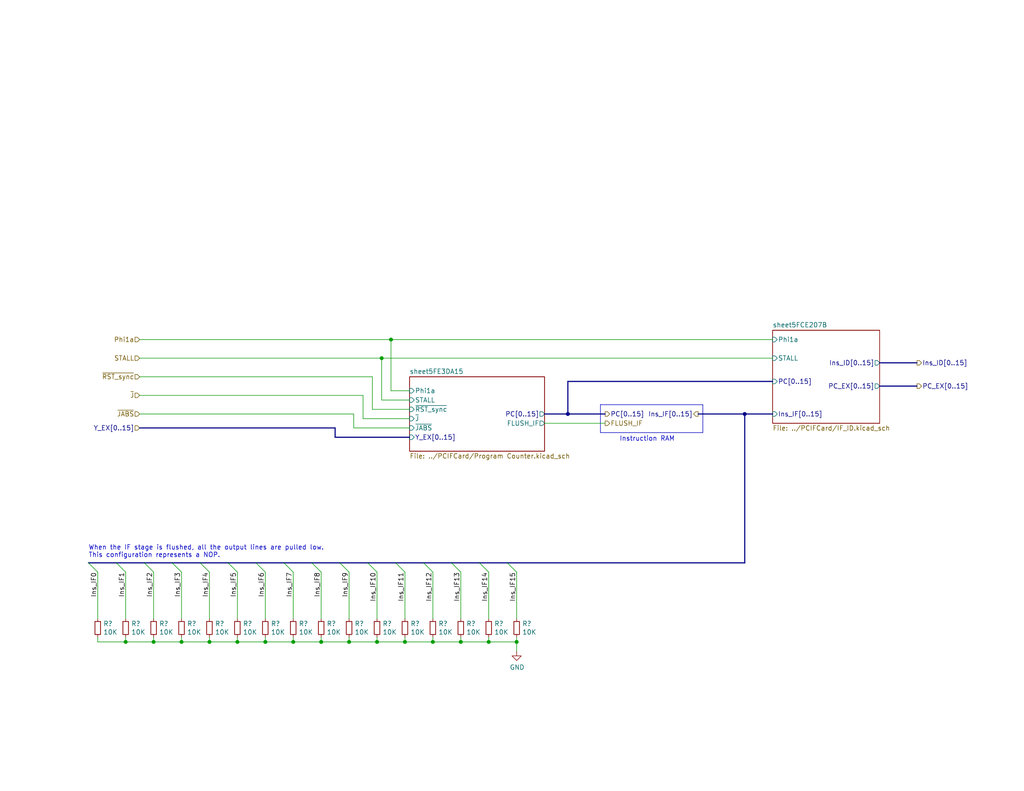
<source format=kicad_sch>
(kicad_sch (version 20250114) (generator "eeschema") (generator_version "9.0")
  (paper "USLetter")
  (title_block (title "IF") (date "2025-07-01") (rev "A"))
  (lib_symbols
    (symbol "Device:R_Small" (pin_numbers (hide yes)) (pin_names (offset 0.254) (hide yes))
      (property "Reference" "R" (at 0 0 90))
      (property "Value" "R_Small" (at 1.778 0 90))
      (symbol "R_Small_0_1"
        (rectangle (start -0.762 1.778) (end 0.762 -1.778) (stroke (width 0.2032)))
      )
      (symbol "R_Small_1_1"
        (pin passive line (at 0 2.54 270) (length 0.762) (name "~") (number "1"))
        (pin passive line (at 0 -2.54 90) (length 0.762) (name "~") (number "2"))
      )
    )
    (symbol "power:GND" (power) (pin_numbers (hide yes)) (pin_names (offset 0) (hide yes))
      (property "Value" "GND" (at 0 -3.81 0))
      (symbol "GND_0_1"
        (polyline (pts (xy 0 0) (xy 0 -1.27) (xy 1.27 -1.27) (xy 0 -2.54) (xy -1.27 -1.27) (xy 0 -1.27)))
      )
      (symbol "GND_1_1"
        (pin power_in line (at 0 0 270) (length 0) (name "~") (number "1"))
      )
    )
  )
  (text "Instruction RAM" (at 184.15 120.65 0) (effects (font (size 1.27 1.27)) (justify right bottom)))
  (text "When the IF stage is flushed, all the output lines are pulled low.\nThis configuration represents a NOP." (at 24.13 152.4 0) (effects (font (size 1.27 1.27)) (justify left bottom)))
  (junction (at 64.77 175.26))
  (junction (at 80.01 175.26))
  (junction (at 87.63 175.26))
  (junction (at 203.2 113.03))
  (junction (at 102.87 175.26))
  (junction (at 57.15 175.26))
  (junction (at 104.14 97.79))
  (junction (at 125.73 175.26))
  (junction (at 72.39 175.26))
  (junction (at 106.68 92.71))
  (junction (at 154.94 113.03))
  (junction (at 34.29 175.26))
  (junction (at 133.35 175.26))
  (junction (at 110.49 175.26))
  (junction (at 49.53 175.26))
  (junction (at 95.25 175.26))
  (junction (at 140.97 175.26))
  (junction (at 118.11 175.26))
  (junction (at 41.91 175.26))
  (bus_entry (at 57.15 156.21) (size -2.54 -2.54))
  (bus_entry (at 87.63 156.21) (size -2.54 -2.54))
  (bus_entry (at 140.97 156.21) (size -2.54 -2.54))
  (bus_entry (at 102.87 156.21) (size -2.54 -2.54))
  (bus_entry (at 95.25 156.21) (size -2.54 -2.54))
  (bus_entry (at 41.91 156.21) (size -2.54 -2.54))
  (bus_entry (at 80.01 156.21) (size -2.54 -2.54))
  (bus_entry (at 118.11 156.21) (size -2.54 -2.54))
  (bus_entry (at 64.77 156.21) (size -2.54 -2.54))
  (bus_entry (at 133.35 156.21) (size -2.54 -2.54))
  (bus_entry (at 125.73 156.21) (size -2.54 -2.54))
  (bus_entry (at 34.29 156.21) (size -2.54 -2.54))
  (bus_entry (at 26.67 156.21) (size -2.54 -2.54))
  (bus_entry (at 49.53 156.21) (size -2.54 -2.54))
  (bus_entry (at 110.49 156.21) (size -2.54 -2.54))
  (bus_entry (at 72.39 156.21) (size -2.54 -2.54))
  (bus (pts (xy 148.59 113.03) (xy 154.94 113.03)))
  (bus (pts (xy 107.95 153.67) (xy 115.57 153.67)))
  (wire (pts (xy 41.91 175.26) (xy 41.91 173.99)))
  (bus (pts (xy 115.57 153.67) (xy 123.19 153.67)))
  (wire (pts (xy 26.67 156.21) (xy 26.67 168.91)))
  (wire (pts (xy 106.68 92.71) (xy 210.82 92.71)))
  (wire (pts (xy 118.11 156.21) (xy 118.11 168.91)))
  (wire (pts (xy 140.97 175.26) (xy 133.35 175.26)))
  (wire (pts (xy 125.73 175.26) (xy 125.73 173.99)))
  (bus (pts (xy 92.71 153.67) (xy 100.33 153.67)))
  (polyline (pts (xy 191.77 110.49) (xy 163.83 110.49)))
  (bus (pts (xy 154.94 104.14) (xy 210.82 104.14)))
  (bus (pts (xy 62.23 153.67) (xy 69.85 153.67)))
  (bus (pts (xy 77.47 153.67) (xy 85.09 153.67)))
  (wire (pts (xy 38.1 107.95) (xy 99.06 107.95)))
  (wire (pts (xy 87.63 156.21) (xy 87.63 168.91)))
  (bus (pts (xy 85.09 153.67) (xy 92.71 153.67)))
  (wire (pts (xy 49.53 175.26) (xy 49.53 173.99)))
  (wire (pts (xy 133.35 175.26) (xy 133.35 173.99)))
  (polyline (pts (xy 163.83 118.11) (xy 191.77 118.11)))
  (wire (pts (xy 102.87 175.26) (xy 102.87 173.99)))
  (bus (pts (xy 250.19 105.41) (xy 240.03 105.41)))
  (bus (pts (xy 111.76 119.38) (xy 91.44 119.38)))
  (wire (pts (xy 101.6 111.76) (xy 101.6 102.87)))
  (wire (pts (xy 102.87 175.26) (xy 95.25 175.26)))
  (wire (pts (xy 148.59 115.57) (xy 165.1 115.57)))
  (wire (pts (xy 95.25 156.21) (xy 95.25 168.91)))
  (wire (pts (xy 26.67 175.26) (xy 26.67 173.99)))
  (wire (pts (xy 95.25 175.26) (xy 87.63 175.26)))
  (wire (pts (xy 110.49 156.21) (xy 110.49 168.91)))
  (wire (pts (xy 72.39 156.21) (xy 72.39 168.91)))
  (wire (pts (xy 38.1 97.79) (xy 104.14 97.79)))
  (wire (pts (xy 87.63 175.26) (xy 87.63 173.99)))
  (wire (pts (xy 210.82 97.79) (xy 104.14 97.79)))
  (wire (pts (xy 57.15 175.26) (xy 49.53 175.26)))
  (wire (pts (xy 38.1 102.87) (xy 101.6 102.87)))
  (wire (pts (xy 41.91 175.26) (xy 34.29 175.26)))
  (bus (pts (xy 123.19 153.67) (xy 130.81 153.67)))
  (bus (pts (xy 138.43 153.67) (xy 203.2 153.67)))
  (wire (pts (xy 133.35 175.26) (xy 125.73 175.26)))
  (wire (pts (xy 64.77 175.26) (xy 64.77 173.99)))
  (wire (pts (xy 118.11 175.26) (xy 118.11 173.99)))
  (wire (pts (xy 80.01 175.26) (xy 72.39 175.26)))
  (wire (pts (xy 64.77 175.26) (xy 57.15 175.26)))
  (wire (pts (xy 95.25 175.26) (xy 95.25 173.99)))
  (bus (pts (xy 203.2 113.03) (xy 210.82 113.03)))
  (wire (pts (xy 110.49 175.26) (xy 110.49 173.99)))
  (wire (pts (xy 111.76 114.3) (xy 99.06 114.3)))
  (polyline (pts (xy 163.83 110.49) (xy 163.83 118.11)))
  (wire (pts (xy 57.15 156.21) (xy 57.15 168.91)))
  (bus (pts (xy 190.5 113.03) (xy 203.2 113.03)))
  (wire (pts (xy 38.1 113.03) (xy 96.52 113.03)))
  (wire (pts (xy 34.29 175.26) (xy 34.29 173.99)))
  (wire (pts (xy 80.01 175.26) (xy 80.01 173.99)))
  (wire (pts (xy 111.76 109.22) (xy 104.14 109.22)))
  (wire (pts (xy 110.49 175.26) (xy 102.87 175.26)))
  (bus (pts (xy 91.44 116.84) (xy 38.1 116.84)))
  (bus (pts (xy 46.99 153.67) (xy 54.61 153.67)))
  (wire (pts (xy 34.29 156.21) (xy 34.29 168.91)))
  (wire (pts (xy 49.53 175.26) (xy 41.91 175.26)))
  (wire (pts (xy 111.76 116.84) (xy 96.52 116.84)))
  (wire (pts (xy 64.77 156.21) (xy 64.77 168.91)))
  (polyline (pts (xy 191.77 118.11) (xy 191.77 110.49)))
  (wire (pts (xy 96.52 116.84) (xy 96.52 113.03)))
  (wire (pts (xy 140.97 156.21) (xy 140.97 168.91)))
  (wire (pts (xy 140.97 175.26) (xy 140.97 173.99)))
  (wire (pts (xy 80.01 156.21) (xy 80.01 168.91)))
  (wire (pts (xy 111.76 111.76) (xy 101.6 111.76)))
  (wire (pts (xy 72.39 175.26) (xy 72.39 173.99)))
  (wire (pts (xy 111.76 106.68) (xy 106.68 106.68)))
  (wire (pts (xy 72.39 175.26) (xy 64.77 175.26)))
  (bus (pts (xy 54.61 153.67) (xy 62.23 153.67)))
  (wire (pts (xy 38.1 92.71) (xy 106.68 92.71)))
  (bus (pts (xy 203.2 153.67) (xy 203.2 113.03)))
  (wire (pts (xy 125.73 175.26) (xy 118.11 175.26)))
  (bus (pts (xy 240.03 99.06) (xy 250.19 99.06)))
  (wire (pts (xy 102.87 156.21) (xy 102.87 168.91)))
  (wire (pts (xy 87.63 175.26) (xy 80.01 175.26)))
  (bus (pts (xy 91.44 119.38) (xy 91.44 116.84)))
  (bus (pts (xy 69.85 153.67) (xy 77.47 153.67)))
  (wire (pts (xy 57.15 175.26) (xy 57.15 173.99)))
  (bus (pts (xy 130.81 153.67) (xy 138.43 153.67)))
  (wire (pts (xy 125.73 156.21) (xy 125.73 168.91)))
  (wire (pts (xy 99.06 114.3) (xy 99.06 107.95)))
  (wire (pts (xy 133.35 156.21) (xy 133.35 168.91)))
  (wire (pts (xy 41.91 156.21) (xy 41.91 168.91)))
  (bus (pts (xy 100.33 153.67) (xy 107.95 153.67)))
  (bus (pts (xy 24.13 153.67) (xy 31.75 153.67)))
  (bus (pts (xy 165.1 113.03) (xy 154.94 113.03)))
  (wire (pts (xy 140.97 177.8) (xy 140.97 175.26)))
  (bus (pts (xy 39.37 153.67) (xy 46.99 153.67)))
  (wire (pts (xy 34.29 175.26) (xy 26.67 175.26)))
  (bus (pts (xy 31.75 153.67) (xy 39.37 153.67)))
  (wire (pts (xy 49.53 156.21) (xy 49.53 168.91)))
  (wire (pts (xy 104.14 97.79) (xy 104.14 109.22)))
  (bus (pts (xy 154.94 113.03) (xy 154.94 104.14)))
  (wire (pts (xy 118.11 175.26) (xy 110.49 175.26)))
  (wire (pts (xy 106.68 92.71) (xy 106.68 106.68)))
  (label "Ins_IF11" (at 110.49 156.21 270))
  (label "Ins_IF13" (at 125.73 156.21 270))
  (label "Ins_IF6" (at 72.39 156.21 270))
  (label "Ins_IF12" (at 118.11 156.21 270))
  (label "Ins_IF14" (at 133.35 156.21 270))
  (label "Ins_IF1" (at 34.29 156.21 270))
  (label "Ins_IF10" (at 102.87 156.21 270))
  (label "Ins_IF5" (at 64.77 156.21 270))
  (label "Ins_IF0" (at 26.67 156.21 270))
  (label "Ins_IF8" (at 87.63 156.21 270))
  (label "Ins_IF9" (at 95.25 156.21 270))
  (label "Ins_IF7" (at 80.01 156.21 270))
  (label "Ins_IF3" (at 49.53 156.21 270))
  (label "Ins_IF15" (at 140.97 156.21 270))
  (label "Ins_IF2" (at 41.91 156.21 270))
  (label "Ins_IF4" (at 57.15 156.21 270))
  (hierarchical_label "Phi1a" (shape input) (at 38.1 92.71 180))
  (hierarchical_label "~{RST_sync}" (shape input) (at 38.1 102.87 180))
  (hierarchical_label "~{J}" (shape input) (at 38.1 107.95 180))
  (hierarchical_label "Ins_IF[0..15]" (shape output) (at 190.5 113.03 180))
  (hierarchical_label "PC[0..15]" (shape output) (at 165.1 113.03 0))
  (hierarchical_label "STALL" (shape input) (at 38.1 97.79 180))
  (hierarchical_label "PC_EX[0..15]" (shape output) (at 250.19 105.41 0))
  (hierarchical_label "Y_EX[0..15]" (shape input) (at 38.1 116.84 180))
  (hierarchical_label "~{JABS}" (shape input) (at 38.1 113.03 180))
  (hierarchical_label "Ins_ID[0..15]" (shape output) (at 250.19 99.06 0))
  (hierarchical_label "FLUSH_IF" (shape output) (at 165.1 115.57 0))
  (symbol (lib_id "Device:R_Small") (at 133.35 171.45 0) (unit 1)
    (property "Reference" "R?" (at 134.8486 170.2816 0) (effects (justify left)))
    (property "Value" "10K" (at 134.8486 172.593 0) (effects (justify left)))
    (property "Footprint" "Resistor_SMD:R_0603_1608Metric" (effects (hide yes)))
    (property "Datasheet" "https://www.mouser.com/datasheet/2/54/cr-1858361.pdf" (effects (hide yes)))
    (property "Manufacturer" "Bourns" (effects (hide yes)))
    (property "Manufacturer#" "CR0603-FX-1002ELF" (effects (hide yes)))
    (property "Mouser#" "652-CR0603FX-1002ELF" (effects (hide yes)))
    (property "Digikey#" "CR0603-FX-1002ELFCT-N" (effects (hide yes)))
  )
  (symbol (lib_id "Device:R_Small") (at 64.77 171.45 0) (unit 1)
    (property "Reference" "R?" (at 66.2686 170.2816 0) (effects (justify left)))
    (property "Value" "10K" (at 66.2686 172.593 0) (effects (justify left)))
    (property "Footprint" "Resistor_SMD:R_0603_1608Metric" (effects (hide yes)))
    (property "Datasheet" "https://www.mouser.com/datasheet/2/54/cr-1858361.pdf" (effects (hide yes)))
    (property "Manufacturer" "Bourns" (effects (hide yes)))
    (property "Manufacturer#" "CR0603-FX-1002ELF" (effects (hide yes)))
    (property "Mouser#" "652-CR0603FX-1002ELF" (effects (hide yes)))
    (property "Digikey#" "CR0603-FX-1002ELFCT-N" (effects (hide yes)))
  )
  (symbol (lib_id "Device:R_Small") (at 110.49 171.45 0) (unit 1)
    (property "Reference" "R?" (at 111.9886 170.2816 0) (effects (justify left)))
    (property "Value" "10K" (at 111.9886 172.593 0) (effects (justify left)))
    (property "Footprint" "Resistor_SMD:R_0603_1608Metric" (effects (hide yes)))
    (property "Datasheet" "https://www.mouser.com/datasheet/2/54/cr-1858361.pdf" (effects (hide yes)))
    (property "Manufacturer" "Bourns" (effects (hide yes)))
    (property "Manufacturer#" "CR0603-FX-1002ELF" (effects (hide yes)))
    (property "Mouser#" "652-CR0603FX-1002ELF" (effects (hide yes)))
    (property "Digikey#" "CR0603-FX-1002ELFCT-N" (effects (hide yes)))
  )
  (symbol (lib_id "Device:R_Small") (at 95.25 171.45 0) (unit 1)
    (property "Reference" "R?" (at 96.7486 170.2816 0) (effects (justify left)))
    (property "Value" "10K" (at 96.7486 172.593 0) (effects (justify left)))
    (property "Footprint" "Resistor_SMD:R_0603_1608Metric" (effects (hide yes)))
    (property "Datasheet" "https://www.mouser.com/datasheet/2/54/cr-1858361.pdf" (effects (hide yes)))
    (property "Manufacturer" "Bourns" (effects (hide yes)))
    (property "Manufacturer#" "CR0603-FX-1002ELF" (effects (hide yes)))
    (property "Mouser#" "652-CR0603FX-1002ELF" (effects (hide yes)))
    (property "Digikey#" "CR0603-FX-1002ELFCT-N" (effects (hide yes)))
  )
  (symbol (lib_id "Device:R_Small") (at 118.11 171.45 0) (unit 1)
    (property "Reference" "R?" (at 119.6086 170.2816 0) (effects (justify left)))
    (property "Value" "10K" (at 119.6086 172.593 0) (effects (justify left)))
    (property "Footprint" "Resistor_SMD:R_0603_1608Metric" (effects (hide yes)))
    (property "Datasheet" "https://www.mouser.com/datasheet/2/54/cr-1858361.pdf" (effects (hide yes)))
    (property "Manufacturer" "Bourns" (effects (hide yes)))
    (property "Manufacturer#" "CR0603-FX-1002ELF" (effects (hide yes)))
    (property "Mouser#" "652-CR0603FX-1002ELF" (effects (hide yes)))
    (property "Digikey#" "CR0603-FX-1002ELFCT-N" (effects (hide yes)))
  )
  (symbol (lib_id "Device:R_Small") (at 87.63 171.45 0) (unit 1)
    (property "Reference" "R?" (at 89.1286 170.2816 0) (effects (justify left)))
    (property "Value" "10K" (at 89.1286 172.593 0) (effects (justify left)))
    (property "Footprint" "Resistor_SMD:R_0603_1608Metric" (effects (hide yes)))
    (property "Datasheet" "https://www.mouser.com/datasheet/2/54/cr-1858361.pdf" (effects (hide yes)))
    (property "Manufacturer" "Bourns" (effects (hide yes)))
    (property "Manufacturer#" "CR0603-FX-1002ELF" (effects (hide yes)))
    (property "Mouser#" "652-CR0603FX-1002ELF" (effects (hide yes)))
    (property "Digikey#" "CR0603-FX-1002ELFCT-N" (effects (hide yes)))
  )
  (symbol (lib_id "Device:R_Small") (at 57.15 171.45 0) (unit 1)
    (property "Reference" "R?" (at 58.6486 170.2816 0) (effects (justify left)))
    (property "Value" "10K" (at 58.6486 172.593 0) (effects (justify left)))
    (property "Footprint" "Resistor_SMD:R_0603_1608Metric" (effects (hide yes)))
    (property "Datasheet" "https://www.mouser.com/datasheet/2/54/cr-1858361.pdf" (effects (hide yes)))
    (property "Manufacturer" "Bourns" (effects (hide yes)))
    (property "Manufacturer#" "CR0603-FX-1002ELF" (effects (hide yes)))
    (property "Mouser#" "652-CR0603FX-1002ELF" (effects (hide yes)))
    (property "Digikey#" "CR0603-FX-1002ELFCT-N" (effects (hide yes)))
  )
  (symbol (lib_id "Device:R_Small") (at 102.87 171.45 0) (unit 1)
    (property "Reference" "R?" (at 104.3686 170.2816 0) (effects (justify left)))
    (property "Value" "10K" (at 104.3686 172.593 0) (effects (justify left)))
    (property "Footprint" "Resistor_SMD:R_0603_1608Metric" (effects (hide yes)))
    (property "Datasheet" "https://www.mouser.com/datasheet/2/54/cr-1858361.pdf" (effects (hide yes)))
    (property "Manufacturer" "Bourns" (effects (hide yes)))
    (property "Manufacturer#" "CR0603-FX-1002ELF" (effects (hide yes)))
    (property "Mouser#" "652-CR0603FX-1002ELF" (effects (hide yes)))
    (property "Digikey#" "CR0603-FX-1002ELFCT-N" (effects (hide yes)))
  )
  (symbol (lib_id "Device:R_Small") (at 41.91 171.45 0) (unit 1)
    (property "Reference" "R?" (at 43.4086 170.2816 0) (effects (justify left)))
    (property "Value" "10K" (at 43.4086 172.593 0) (effects (justify left)))
    (property "Footprint" "Resistor_SMD:R_0603_1608Metric" (effects (hide yes)))
    (property "Datasheet" "https://www.mouser.com/datasheet/2/54/cr-1858361.pdf" (effects (hide yes)))
    (property "Manufacturer" "Bourns" (effects (hide yes)))
    (property "Manufacturer#" "CR0603-FX-1002ELF" (effects (hide yes)))
    (property "Mouser#" "652-CR0603FX-1002ELF" (effects (hide yes)))
    (property "Digikey#" "CR0603-FX-1002ELFCT-N" (effects (hide yes)))
  )
  (symbol (lib_id "Device:R_Small") (at 72.39 171.45 0) (unit 1)
    (property "Reference" "R?" (at 73.8886 170.2816 0) (effects (justify left)))
    (property "Value" "10K" (at 73.8886 172.593 0) (effects (justify left)))
    (property "Footprint" "Resistor_SMD:R_0603_1608Metric" (effects (hide yes)))
    (property "Datasheet" "https://www.mouser.com/datasheet/2/54/cr-1858361.pdf" (effects (hide yes)))
    (property "Manufacturer" "Bourns" (effects (hide yes)))
    (property "Manufacturer#" "CR0603-FX-1002ELF" (effects (hide yes)))
    (property "Mouser#" "652-CR0603FX-1002ELF" (effects (hide yes)))
    (property "Digikey#" "CR0603-FX-1002ELFCT-N" (effects (hide yes)))
  )
  (symbol (lib_id "Device:R_Small") (at 49.53 171.45 0) (unit 1)
    (property "Reference" "R?" (at 51.0286 170.2816 0) (effects (justify left)))
    (property "Value" "10K" (at 51.0286 172.593 0) (effects (justify left)))
    (property "Footprint" "Resistor_SMD:R_0603_1608Metric" (effects (hide yes)))
    (property "Datasheet" "https://www.mouser.com/datasheet/2/54/cr-1858361.pdf" (effects (hide yes)))
    (property "Manufacturer" "Bourns" (effects (hide yes)))
    (property "Manufacturer#" "CR0603-FX-1002ELF" (effects (hide yes)))
    (property "Mouser#" "652-CR0603FX-1002ELF" (effects (hide yes)))
    (property "Digikey#" "CR0603-FX-1002ELFCT-N" (effects (hide yes)))
  )
  (symbol (lib_id "Device:R_Small") (at 34.29 171.45 0) (unit 1)
    (property "Reference" "R?" (at 35.7886 170.2816 0) (effects (justify left)))
    (property "Value" "10K" (at 35.7886 172.593 0) (effects (justify left)))
    (property "Footprint" "Resistor_SMD:R_0603_1608Metric" (effects (hide yes)))
    (property "Datasheet" "https://www.mouser.com/datasheet/2/54/cr-1858361.pdf" (effects (hide yes)))
    (property "Manufacturer" "Bourns" (effects (hide yes)))
    (property "Manufacturer#" "CR0603-FX-1002ELF" (effects (hide yes)))
    (property "Mouser#" "652-CR0603FX-1002ELF" (effects (hide yes)))
    (property "Digikey#" "CR0603-FX-1002ELFCT-N" (effects (hide yes)))
  )
  (symbol (lib_id "power:GND") (at 140.97 177.8 0) (unit 1)
    (property "Reference" "#PWR?" (effects (hide yes)))
    (property "Value" "GND" (at 141.097 182.1942 0))
    (property "Description" "Power symbol creates a global label with name \"GND\" , ground" (effects (hide yes)))
  )
  (symbol (lib_id "Device:R_Small") (at 80.01 171.45 0) (unit 1)
    (property "Reference" "R?" (at 81.5086 170.2816 0) (effects (justify left)))
    (property "Value" "10K" (at 81.5086 172.593 0) (effects (justify left)))
    (property "Footprint" "Resistor_SMD:R_0603_1608Metric" (effects (hide yes)))
    (property "Datasheet" "https://www.mouser.com/datasheet/2/54/cr-1858361.pdf" (effects (hide yes)))
    (property "Manufacturer" "Bourns" (effects (hide yes)))
    (property "Manufacturer#" "CR0603-FX-1002ELF" (effects (hide yes)))
    (property "Mouser#" "652-CR0603FX-1002ELF" (effects (hide yes)))
    (property "Digikey#" "CR0603-FX-1002ELFCT-N" (effects (hide yes)))
  )
  (symbol (lib_id "Device:R_Small") (at 125.73 171.45 0) (unit 1)
    (property "Reference" "R?" (at 127.2286 170.2816 0) (effects (justify left)))
    (property "Value" "10K" (at 127.2286 172.593 0) (effects (justify left)))
    (property "Footprint" "Resistor_SMD:R_0603_1608Metric" (effects (hide yes)))
    (property "Datasheet" "https://www.mouser.com/datasheet/2/54/cr-1858361.pdf" (effects (hide yes)))
    (property "Manufacturer" "Bourns" (effects (hide yes)))
    (property "Manufacturer#" "CR0603-FX-1002ELF" (effects (hide yes)))
    (property "Mouser#" "652-CR0603FX-1002ELF" (effects (hide yes)))
    (property "Digikey#" "CR0603-FX-1002ELFCT-N" (effects (hide yes)))
  )
  (symbol (lib_id "Device:R_Small") (at 26.67 171.45 0) (unit 1)
    (property "Reference" "R?" (at 28.1686 170.2816 0) (effects (justify left)))
    (property "Value" "10K" (at 28.1686 172.593 0) (effects (justify left)))
    (property "Footprint" "Resistor_SMD:R_0603_1608Metric" (effects (hide yes)))
    (property "Datasheet" "https://www.mouser.com/datasheet/2/54/cr-1858361.pdf" (effects (hide yes)))
    (property "Manufacturer" "Bourns" (effects (hide yes)))
    (property "Manufacturer#" "CR0603-FX-1002ELF" (effects (hide yes)))
    (property "Mouser#" "652-CR0603FX-1002ELF" (effects (hide yes)))
    (property "Digikey#" "CR0603-FX-1002ELFCT-N" (effects (hide yes)))
  )
  (symbol (lib_id "Device:R_Small") (at 140.97 171.45 0) (unit 1)
    (property "Reference" "R?" (at 142.4686 170.2816 0) (effects (justify left)))
    (property "Value" "10K" (at 142.4686 172.593 0) (effects (justify left)))
    (property "Footprint" "Resistor_SMD:R_0603_1608Metric" (effects (hide yes)))
    (property "Datasheet" "https://www.mouser.com/datasheet/2/54/cr-1858361.pdf" (effects (hide yes)))
    (property "Manufacturer" "Bourns" (effects (hide yes)))
    (property "Manufacturer#" "CR0603-FX-1002ELF" (effects (hide yes)))
    (property "Mouser#" "652-CR0603FX-1002ELF" (effects (hide yes)))
    (property "Digikey#" "CR0603-FX-1002ELFCT-N" (effects (hide yes)))
  )
  (sheet (at 210.82 90.17) (size 29.21 25.4)
    (property "Sheetname" "sheet5FCE207B" (at 210.82 89.4584 0) (effects (justify left bottom)))
    (property "Sheetfile" "../PCIFCard/IF_ID.kicad_sch" (at 210.82 116.1546 0) (effects (justify left top)))
    (pin "PC[0..15]" input (at 210.82 104.14 180))
    (pin "PC_EX[0..15]" output (at 240.03 105.41 0))
    (pin "Ins_IF[0..15]" input (at 210.82 113.03 180))
    (pin "Ins_ID[0..15]" output (at 240.03 99.06 0))
    (pin "STALL" input (at 210.82 97.79 180))
    (pin "Phi1a" input (at 210.82 92.71 180))
  )
  (sheet (at 111.76 102.87) (size 36.83 20.32)
    (property "Sheetname" "sheet5FE3DA15" (at 111.76 102.1584 0) (effects (justify left bottom)))
    (property "Sheetfile" "../PCIFCard/Program Counter.kicad_sch" (at 111.76 123.7746 0) (effects (justify left top)))
    (pin "~{RST_sync}" input (at 111.76 111.76 180))
    (pin "~{J}" input (at 111.76 114.3 180))
    (pin "PC[0..15]" output (at 148.59 113.03 0))
    (pin "Y_EX[0..15]" input (at 111.76 119.38 180))
    (pin "~{JABS}" input (at 111.76 116.84 180))
    (pin "STALL" input (at 111.76 109.22 180))
    (pin "FLUSH_IF" output (at 148.59 115.57 0))
    (pin "Phi1a" input (at 111.76 106.68 180))
  )
)
</source>
